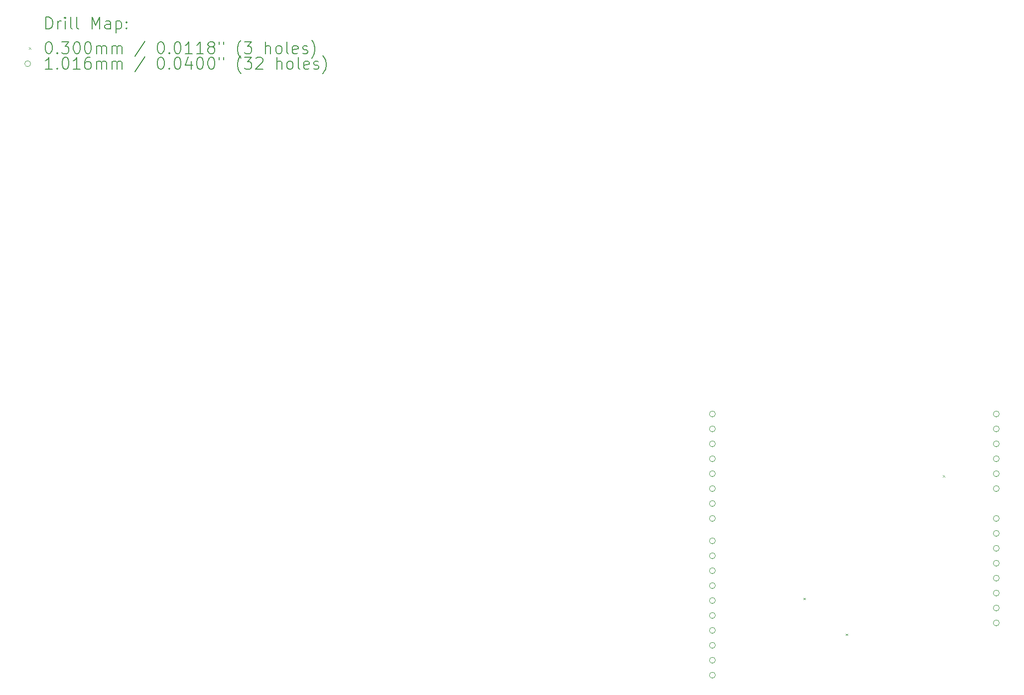
<source format=gbr>
%TF.GenerationSoftware,KiCad,Pcbnew,9.0.2*%
%TF.CreationDate,2025-09-06T12:03:56+01:00*%
%TF.ProjectId,test_fiducial,74657374-5f66-4696-9475-6369616c2e6b,rev?*%
%TF.SameCoordinates,Original*%
%TF.FileFunction,Drillmap*%
%TF.FilePolarity,Positive*%
%FSLAX45Y45*%
G04 Gerber Fmt 4.5, Leading zero omitted, Abs format (unit mm)*
G04 Created by KiCad (PCBNEW 9.0.2) date 2025-09-06 12:03:56*
%MOMM*%
%LPD*%
G01*
G04 APERTURE LIST*
%ADD10C,0.200000*%
%ADD11C,0.100000*%
%ADD12C,0.101600*%
G04 APERTURE END LIST*
D10*
D11*
X13139750Y-9995750D02*
X13169750Y-10025750D01*
X13169750Y-9995750D02*
X13139750Y-10025750D01*
X13855000Y-10605500D02*
X13885000Y-10635500D01*
X13885000Y-10605500D02*
X13855000Y-10635500D01*
X15509000Y-7909000D02*
X15539000Y-7939000D01*
X15539000Y-7909000D02*
X15509000Y-7939000D01*
D12*
X11639800Y-6865500D02*
G75*
G02*
X11538200Y-6865500I-50800J0D01*
G01*
X11538200Y-6865500D02*
G75*
G02*
X11639800Y-6865500I50800J0D01*
G01*
X11639800Y-7119500D02*
G75*
G02*
X11538200Y-7119500I-50800J0D01*
G01*
X11538200Y-7119500D02*
G75*
G02*
X11639800Y-7119500I50800J0D01*
G01*
X11639800Y-7373500D02*
G75*
G02*
X11538200Y-7373500I-50800J0D01*
G01*
X11538200Y-7373500D02*
G75*
G02*
X11639800Y-7373500I50800J0D01*
G01*
X11639800Y-7627500D02*
G75*
G02*
X11538200Y-7627500I-50800J0D01*
G01*
X11538200Y-7627500D02*
G75*
G02*
X11639800Y-7627500I50800J0D01*
G01*
X11639800Y-7881500D02*
G75*
G02*
X11538200Y-7881500I-50800J0D01*
G01*
X11538200Y-7881500D02*
G75*
G02*
X11639800Y-7881500I50800J0D01*
G01*
X11639800Y-8135500D02*
G75*
G02*
X11538200Y-8135500I-50800J0D01*
G01*
X11538200Y-8135500D02*
G75*
G02*
X11639800Y-8135500I50800J0D01*
G01*
X11639800Y-8389500D02*
G75*
G02*
X11538200Y-8389500I-50800J0D01*
G01*
X11538200Y-8389500D02*
G75*
G02*
X11639800Y-8389500I50800J0D01*
G01*
X11639800Y-8643500D02*
G75*
G02*
X11538200Y-8643500I-50800J0D01*
G01*
X11538200Y-8643500D02*
G75*
G02*
X11639800Y-8643500I50800J0D01*
G01*
X11639800Y-9024500D02*
G75*
G02*
X11538200Y-9024500I-50800J0D01*
G01*
X11538200Y-9024500D02*
G75*
G02*
X11639800Y-9024500I50800J0D01*
G01*
X11639800Y-9278500D02*
G75*
G02*
X11538200Y-9278500I-50800J0D01*
G01*
X11538200Y-9278500D02*
G75*
G02*
X11639800Y-9278500I50800J0D01*
G01*
X11639800Y-9532500D02*
G75*
G02*
X11538200Y-9532500I-50800J0D01*
G01*
X11538200Y-9532500D02*
G75*
G02*
X11639800Y-9532500I50800J0D01*
G01*
X11639800Y-9786500D02*
G75*
G02*
X11538200Y-9786500I-50800J0D01*
G01*
X11538200Y-9786500D02*
G75*
G02*
X11639800Y-9786500I50800J0D01*
G01*
X11639800Y-10040500D02*
G75*
G02*
X11538200Y-10040500I-50800J0D01*
G01*
X11538200Y-10040500D02*
G75*
G02*
X11639800Y-10040500I50800J0D01*
G01*
X11639800Y-10294500D02*
G75*
G02*
X11538200Y-10294500I-50800J0D01*
G01*
X11538200Y-10294500D02*
G75*
G02*
X11639800Y-10294500I50800J0D01*
G01*
X11639800Y-10548500D02*
G75*
G02*
X11538200Y-10548500I-50800J0D01*
G01*
X11538200Y-10548500D02*
G75*
G02*
X11639800Y-10548500I50800J0D01*
G01*
X11639800Y-10802500D02*
G75*
G02*
X11538200Y-10802500I-50800J0D01*
G01*
X11538200Y-10802500D02*
G75*
G02*
X11639800Y-10802500I50800J0D01*
G01*
X11639800Y-11056500D02*
G75*
G02*
X11538200Y-11056500I-50800J0D01*
G01*
X11538200Y-11056500D02*
G75*
G02*
X11639800Y-11056500I50800J0D01*
G01*
X11639800Y-11310500D02*
G75*
G02*
X11538200Y-11310500I-50800J0D01*
G01*
X11538200Y-11310500D02*
G75*
G02*
X11639800Y-11310500I50800J0D01*
G01*
X16465800Y-6865500D02*
G75*
G02*
X16364200Y-6865500I-50800J0D01*
G01*
X16364200Y-6865500D02*
G75*
G02*
X16465800Y-6865500I50800J0D01*
G01*
X16465800Y-7119500D02*
G75*
G02*
X16364200Y-7119500I-50800J0D01*
G01*
X16364200Y-7119500D02*
G75*
G02*
X16465800Y-7119500I50800J0D01*
G01*
X16465800Y-7373500D02*
G75*
G02*
X16364200Y-7373500I-50800J0D01*
G01*
X16364200Y-7373500D02*
G75*
G02*
X16465800Y-7373500I50800J0D01*
G01*
X16465800Y-7627500D02*
G75*
G02*
X16364200Y-7627500I-50800J0D01*
G01*
X16364200Y-7627500D02*
G75*
G02*
X16465800Y-7627500I50800J0D01*
G01*
X16465800Y-7881500D02*
G75*
G02*
X16364200Y-7881500I-50800J0D01*
G01*
X16364200Y-7881500D02*
G75*
G02*
X16465800Y-7881500I50800J0D01*
G01*
X16465800Y-8135500D02*
G75*
G02*
X16364200Y-8135500I-50800J0D01*
G01*
X16364200Y-8135500D02*
G75*
G02*
X16465800Y-8135500I50800J0D01*
G01*
X16465800Y-8643500D02*
G75*
G02*
X16364200Y-8643500I-50800J0D01*
G01*
X16364200Y-8643500D02*
G75*
G02*
X16465800Y-8643500I50800J0D01*
G01*
X16465800Y-8897500D02*
G75*
G02*
X16364200Y-8897500I-50800J0D01*
G01*
X16364200Y-8897500D02*
G75*
G02*
X16465800Y-8897500I50800J0D01*
G01*
X16465800Y-9151500D02*
G75*
G02*
X16364200Y-9151500I-50800J0D01*
G01*
X16364200Y-9151500D02*
G75*
G02*
X16465800Y-9151500I50800J0D01*
G01*
X16465800Y-9405500D02*
G75*
G02*
X16364200Y-9405500I-50800J0D01*
G01*
X16364200Y-9405500D02*
G75*
G02*
X16465800Y-9405500I50800J0D01*
G01*
X16465800Y-9659500D02*
G75*
G02*
X16364200Y-9659500I-50800J0D01*
G01*
X16364200Y-9659500D02*
G75*
G02*
X16465800Y-9659500I50800J0D01*
G01*
X16465800Y-9913500D02*
G75*
G02*
X16364200Y-9913500I-50800J0D01*
G01*
X16364200Y-9913500D02*
G75*
G02*
X16465800Y-9913500I50800J0D01*
G01*
X16465800Y-10167500D02*
G75*
G02*
X16364200Y-10167500I-50800J0D01*
G01*
X16364200Y-10167500D02*
G75*
G02*
X16465800Y-10167500I50800J0D01*
G01*
X16465800Y-10421500D02*
G75*
G02*
X16364200Y-10421500I-50800J0D01*
G01*
X16364200Y-10421500D02*
G75*
G02*
X16465800Y-10421500I50800J0D01*
G01*
D10*
X260777Y-311484D02*
X260777Y-111484D01*
X260777Y-111484D02*
X308396Y-111484D01*
X308396Y-111484D02*
X336967Y-121008D01*
X336967Y-121008D02*
X356015Y-140055D01*
X356015Y-140055D02*
X365539Y-159103D01*
X365539Y-159103D02*
X375062Y-197198D01*
X375062Y-197198D02*
X375062Y-225769D01*
X375062Y-225769D02*
X365539Y-263865D01*
X365539Y-263865D02*
X356015Y-282912D01*
X356015Y-282912D02*
X336967Y-301960D01*
X336967Y-301960D02*
X308396Y-311484D01*
X308396Y-311484D02*
X260777Y-311484D01*
X460777Y-311484D02*
X460777Y-178150D01*
X460777Y-216246D02*
X470301Y-197198D01*
X470301Y-197198D02*
X479824Y-187674D01*
X479824Y-187674D02*
X498872Y-178150D01*
X498872Y-178150D02*
X517920Y-178150D01*
X584586Y-311484D02*
X584586Y-178150D01*
X584586Y-111484D02*
X575063Y-121008D01*
X575063Y-121008D02*
X584586Y-130531D01*
X584586Y-130531D02*
X594110Y-121008D01*
X594110Y-121008D02*
X584586Y-111484D01*
X584586Y-111484D02*
X584586Y-130531D01*
X708396Y-311484D02*
X689348Y-301960D01*
X689348Y-301960D02*
X679824Y-282912D01*
X679824Y-282912D02*
X679824Y-111484D01*
X813158Y-311484D02*
X794110Y-301960D01*
X794110Y-301960D02*
X784586Y-282912D01*
X784586Y-282912D02*
X784586Y-111484D01*
X1041729Y-311484D02*
X1041729Y-111484D01*
X1041729Y-111484D02*
X1108396Y-254341D01*
X1108396Y-254341D02*
X1175063Y-111484D01*
X1175063Y-111484D02*
X1175063Y-311484D01*
X1356015Y-311484D02*
X1356015Y-206722D01*
X1356015Y-206722D02*
X1346491Y-187674D01*
X1346491Y-187674D02*
X1327444Y-178150D01*
X1327444Y-178150D02*
X1289348Y-178150D01*
X1289348Y-178150D02*
X1270301Y-187674D01*
X1356015Y-301960D02*
X1336967Y-311484D01*
X1336967Y-311484D02*
X1289348Y-311484D01*
X1289348Y-311484D02*
X1270301Y-301960D01*
X1270301Y-301960D02*
X1260777Y-282912D01*
X1260777Y-282912D02*
X1260777Y-263865D01*
X1260777Y-263865D02*
X1270301Y-244817D01*
X1270301Y-244817D02*
X1289348Y-235293D01*
X1289348Y-235293D02*
X1336967Y-235293D01*
X1336967Y-235293D02*
X1356015Y-225769D01*
X1451253Y-178150D02*
X1451253Y-378150D01*
X1451253Y-187674D02*
X1470301Y-178150D01*
X1470301Y-178150D02*
X1508396Y-178150D01*
X1508396Y-178150D02*
X1527443Y-187674D01*
X1527443Y-187674D02*
X1536967Y-197198D01*
X1536967Y-197198D02*
X1546491Y-216246D01*
X1546491Y-216246D02*
X1546491Y-273389D01*
X1546491Y-273389D02*
X1536967Y-292436D01*
X1536967Y-292436D02*
X1527443Y-301960D01*
X1527443Y-301960D02*
X1508396Y-311484D01*
X1508396Y-311484D02*
X1470301Y-311484D01*
X1470301Y-311484D02*
X1451253Y-301960D01*
X1632205Y-292436D02*
X1641729Y-301960D01*
X1641729Y-301960D02*
X1632205Y-311484D01*
X1632205Y-311484D02*
X1622682Y-301960D01*
X1622682Y-301960D02*
X1632205Y-292436D01*
X1632205Y-292436D02*
X1632205Y-311484D01*
X1632205Y-187674D02*
X1641729Y-197198D01*
X1641729Y-197198D02*
X1632205Y-206722D01*
X1632205Y-206722D02*
X1622682Y-197198D01*
X1622682Y-197198D02*
X1632205Y-187674D01*
X1632205Y-187674D02*
X1632205Y-206722D01*
D11*
X-30000Y-625000D02*
X0Y-655000D01*
X0Y-625000D02*
X-30000Y-655000D01*
D10*
X298872Y-531484D02*
X317920Y-531484D01*
X317920Y-531484D02*
X336967Y-541008D01*
X336967Y-541008D02*
X346491Y-550531D01*
X346491Y-550531D02*
X356015Y-569579D01*
X356015Y-569579D02*
X365539Y-607674D01*
X365539Y-607674D02*
X365539Y-655293D01*
X365539Y-655293D02*
X356015Y-693389D01*
X356015Y-693389D02*
X346491Y-712436D01*
X346491Y-712436D02*
X336967Y-721960D01*
X336967Y-721960D02*
X317920Y-731484D01*
X317920Y-731484D02*
X298872Y-731484D01*
X298872Y-731484D02*
X279824Y-721960D01*
X279824Y-721960D02*
X270301Y-712436D01*
X270301Y-712436D02*
X260777Y-693389D01*
X260777Y-693389D02*
X251253Y-655293D01*
X251253Y-655293D02*
X251253Y-607674D01*
X251253Y-607674D02*
X260777Y-569579D01*
X260777Y-569579D02*
X270301Y-550531D01*
X270301Y-550531D02*
X279824Y-541008D01*
X279824Y-541008D02*
X298872Y-531484D01*
X451253Y-712436D02*
X460777Y-721960D01*
X460777Y-721960D02*
X451253Y-731484D01*
X451253Y-731484D02*
X441729Y-721960D01*
X441729Y-721960D02*
X451253Y-712436D01*
X451253Y-712436D02*
X451253Y-731484D01*
X527444Y-531484D02*
X651253Y-531484D01*
X651253Y-531484D02*
X584586Y-607674D01*
X584586Y-607674D02*
X613158Y-607674D01*
X613158Y-607674D02*
X632205Y-617198D01*
X632205Y-617198D02*
X641729Y-626722D01*
X641729Y-626722D02*
X651253Y-645770D01*
X651253Y-645770D02*
X651253Y-693389D01*
X651253Y-693389D02*
X641729Y-712436D01*
X641729Y-712436D02*
X632205Y-721960D01*
X632205Y-721960D02*
X613158Y-731484D01*
X613158Y-731484D02*
X556015Y-731484D01*
X556015Y-731484D02*
X536967Y-721960D01*
X536967Y-721960D02*
X527444Y-712436D01*
X775062Y-531484D02*
X794110Y-531484D01*
X794110Y-531484D02*
X813158Y-541008D01*
X813158Y-541008D02*
X822682Y-550531D01*
X822682Y-550531D02*
X832205Y-569579D01*
X832205Y-569579D02*
X841729Y-607674D01*
X841729Y-607674D02*
X841729Y-655293D01*
X841729Y-655293D02*
X832205Y-693389D01*
X832205Y-693389D02*
X822682Y-712436D01*
X822682Y-712436D02*
X813158Y-721960D01*
X813158Y-721960D02*
X794110Y-731484D01*
X794110Y-731484D02*
X775062Y-731484D01*
X775062Y-731484D02*
X756015Y-721960D01*
X756015Y-721960D02*
X746491Y-712436D01*
X746491Y-712436D02*
X736967Y-693389D01*
X736967Y-693389D02*
X727443Y-655293D01*
X727443Y-655293D02*
X727443Y-607674D01*
X727443Y-607674D02*
X736967Y-569579D01*
X736967Y-569579D02*
X746491Y-550531D01*
X746491Y-550531D02*
X756015Y-541008D01*
X756015Y-541008D02*
X775062Y-531484D01*
X965539Y-531484D02*
X984586Y-531484D01*
X984586Y-531484D02*
X1003634Y-541008D01*
X1003634Y-541008D02*
X1013158Y-550531D01*
X1013158Y-550531D02*
X1022682Y-569579D01*
X1022682Y-569579D02*
X1032205Y-607674D01*
X1032205Y-607674D02*
X1032205Y-655293D01*
X1032205Y-655293D02*
X1022682Y-693389D01*
X1022682Y-693389D02*
X1013158Y-712436D01*
X1013158Y-712436D02*
X1003634Y-721960D01*
X1003634Y-721960D02*
X984586Y-731484D01*
X984586Y-731484D02*
X965539Y-731484D01*
X965539Y-731484D02*
X946491Y-721960D01*
X946491Y-721960D02*
X936967Y-712436D01*
X936967Y-712436D02*
X927443Y-693389D01*
X927443Y-693389D02*
X917920Y-655293D01*
X917920Y-655293D02*
X917920Y-607674D01*
X917920Y-607674D02*
X927443Y-569579D01*
X927443Y-569579D02*
X936967Y-550531D01*
X936967Y-550531D02*
X946491Y-541008D01*
X946491Y-541008D02*
X965539Y-531484D01*
X1117920Y-731484D02*
X1117920Y-598150D01*
X1117920Y-617198D02*
X1127444Y-607674D01*
X1127444Y-607674D02*
X1146491Y-598150D01*
X1146491Y-598150D02*
X1175063Y-598150D01*
X1175063Y-598150D02*
X1194110Y-607674D01*
X1194110Y-607674D02*
X1203634Y-626722D01*
X1203634Y-626722D02*
X1203634Y-731484D01*
X1203634Y-626722D02*
X1213158Y-607674D01*
X1213158Y-607674D02*
X1232205Y-598150D01*
X1232205Y-598150D02*
X1260777Y-598150D01*
X1260777Y-598150D02*
X1279825Y-607674D01*
X1279825Y-607674D02*
X1289348Y-626722D01*
X1289348Y-626722D02*
X1289348Y-731484D01*
X1384586Y-731484D02*
X1384586Y-598150D01*
X1384586Y-617198D02*
X1394110Y-607674D01*
X1394110Y-607674D02*
X1413158Y-598150D01*
X1413158Y-598150D02*
X1441729Y-598150D01*
X1441729Y-598150D02*
X1460777Y-607674D01*
X1460777Y-607674D02*
X1470301Y-626722D01*
X1470301Y-626722D02*
X1470301Y-731484D01*
X1470301Y-626722D02*
X1479824Y-607674D01*
X1479824Y-607674D02*
X1498872Y-598150D01*
X1498872Y-598150D02*
X1527443Y-598150D01*
X1527443Y-598150D02*
X1546491Y-607674D01*
X1546491Y-607674D02*
X1556015Y-626722D01*
X1556015Y-626722D02*
X1556015Y-731484D01*
X1946491Y-521960D02*
X1775063Y-779103D01*
X2203634Y-531484D02*
X2222682Y-531484D01*
X2222682Y-531484D02*
X2241729Y-541008D01*
X2241729Y-541008D02*
X2251253Y-550531D01*
X2251253Y-550531D02*
X2260777Y-569579D01*
X2260777Y-569579D02*
X2270301Y-607674D01*
X2270301Y-607674D02*
X2270301Y-655293D01*
X2270301Y-655293D02*
X2260777Y-693389D01*
X2260777Y-693389D02*
X2251253Y-712436D01*
X2251253Y-712436D02*
X2241729Y-721960D01*
X2241729Y-721960D02*
X2222682Y-731484D01*
X2222682Y-731484D02*
X2203634Y-731484D01*
X2203634Y-731484D02*
X2184587Y-721960D01*
X2184587Y-721960D02*
X2175063Y-712436D01*
X2175063Y-712436D02*
X2165539Y-693389D01*
X2165539Y-693389D02*
X2156015Y-655293D01*
X2156015Y-655293D02*
X2156015Y-607674D01*
X2156015Y-607674D02*
X2165539Y-569579D01*
X2165539Y-569579D02*
X2175063Y-550531D01*
X2175063Y-550531D02*
X2184587Y-541008D01*
X2184587Y-541008D02*
X2203634Y-531484D01*
X2356015Y-712436D02*
X2365539Y-721960D01*
X2365539Y-721960D02*
X2356015Y-731484D01*
X2356015Y-731484D02*
X2346491Y-721960D01*
X2346491Y-721960D02*
X2356015Y-712436D01*
X2356015Y-712436D02*
X2356015Y-731484D01*
X2489348Y-531484D02*
X2508396Y-531484D01*
X2508396Y-531484D02*
X2527444Y-541008D01*
X2527444Y-541008D02*
X2536968Y-550531D01*
X2536968Y-550531D02*
X2546491Y-569579D01*
X2546491Y-569579D02*
X2556015Y-607674D01*
X2556015Y-607674D02*
X2556015Y-655293D01*
X2556015Y-655293D02*
X2546491Y-693389D01*
X2546491Y-693389D02*
X2536968Y-712436D01*
X2536968Y-712436D02*
X2527444Y-721960D01*
X2527444Y-721960D02*
X2508396Y-731484D01*
X2508396Y-731484D02*
X2489348Y-731484D01*
X2489348Y-731484D02*
X2470301Y-721960D01*
X2470301Y-721960D02*
X2460777Y-712436D01*
X2460777Y-712436D02*
X2451253Y-693389D01*
X2451253Y-693389D02*
X2441729Y-655293D01*
X2441729Y-655293D02*
X2441729Y-607674D01*
X2441729Y-607674D02*
X2451253Y-569579D01*
X2451253Y-569579D02*
X2460777Y-550531D01*
X2460777Y-550531D02*
X2470301Y-541008D01*
X2470301Y-541008D02*
X2489348Y-531484D01*
X2746491Y-731484D02*
X2632206Y-731484D01*
X2689348Y-731484D02*
X2689348Y-531484D01*
X2689348Y-531484D02*
X2670301Y-560055D01*
X2670301Y-560055D02*
X2651253Y-579103D01*
X2651253Y-579103D02*
X2632206Y-588627D01*
X2936967Y-731484D02*
X2822682Y-731484D01*
X2879825Y-731484D02*
X2879825Y-531484D01*
X2879825Y-531484D02*
X2860777Y-560055D01*
X2860777Y-560055D02*
X2841729Y-579103D01*
X2841729Y-579103D02*
X2822682Y-588627D01*
X3051253Y-617198D02*
X3032206Y-607674D01*
X3032206Y-607674D02*
X3022682Y-598150D01*
X3022682Y-598150D02*
X3013158Y-579103D01*
X3013158Y-579103D02*
X3013158Y-569579D01*
X3013158Y-569579D02*
X3022682Y-550531D01*
X3022682Y-550531D02*
X3032206Y-541008D01*
X3032206Y-541008D02*
X3051253Y-531484D01*
X3051253Y-531484D02*
X3089348Y-531484D01*
X3089348Y-531484D02*
X3108396Y-541008D01*
X3108396Y-541008D02*
X3117920Y-550531D01*
X3117920Y-550531D02*
X3127444Y-569579D01*
X3127444Y-569579D02*
X3127444Y-579103D01*
X3127444Y-579103D02*
X3117920Y-598150D01*
X3117920Y-598150D02*
X3108396Y-607674D01*
X3108396Y-607674D02*
X3089348Y-617198D01*
X3089348Y-617198D02*
X3051253Y-617198D01*
X3051253Y-617198D02*
X3032206Y-626722D01*
X3032206Y-626722D02*
X3022682Y-636246D01*
X3022682Y-636246D02*
X3013158Y-655293D01*
X3013158Y-655293D02*
X3013158Y-693389D01*
X3013158Y-693389D02*
X3022682Y-712436D01*
X3022682Y-712436D02*
X3032206Y-721960D01*
X3032206Y-721960D02*
X3051253Y-731484D01*
X3051253Y-731484D02*
X3089348Y-731484D01*
X3089348Y-731484D02*
X3108396Y-721960D01*
X3108396Y-721960D02*
X3117920Y-712436D01*
X3117920Y-712436D02*
X3127444Y-693389D01*
X3127444Y-693389D02*
X3127444Y-655293D01*
X3127444Y-655293D02*
X3117920Y-636246D01*
X3117920Y-636246D02*
X3108396Y-626722D01*
X3108396Y-626722D02*
X3089348Y-617198D01*
X3203634Y-531484D02*
X3203634Y-569579D01*
X3279825Y-531484D02*
X3279825Y-569579D01*
X3575063Y-807674D02*
X3565539Y-798150D01*
X3565539Y-798150D02*
X3546491Y-769579D01*
X3546491Y-769579D02*
X3536968Y-750531D01*
X3536968Y-750531D02*
X3527444Y-721960D01*
X3527444Y-721960D02*
X3517920Y-674341D01*
X3517920Y-674341D02*
X3517920Y-636246D01*
X3517920Y-636246D02*
X3527444Y-588627D01*
X3527444Y-588627D02*
X3536968Y-560055D01*
X3536968Y-560055D02*
X3546491Y-541008D01*
X3546491Y-541008D02*
X3565539Y-512436D01*
X3565539Y-512436D02*
X3575063Y-502912D01*
X3632206Y-531484D02*
X3756015Y-531484D01*
X3756015Y-531484D02*
X3689348Y-607674D01*
X3689348Y-607674D02*
X3717920Y-607674D01*
X3717920Y-607674D02*
X3736968Y-617198D01*
X3736968Y-617198D02*
X3746491Y-626722D01*
X3746491Y-626722D02*
X3756015Y-645770D01*
X3756015Y-645770D02*
X3756015Y-693389D01*
X3756015Y-693389D02*
X3746491Y-712436D01*
X3746491Y-712436D02*
X3736968Y-721960D01*
X3736968Y-721960D02*
X3717920Y-731484D01*
X3717920Y-731484D02*
X3660777Y-731484D01*
X3660777Y-731484D02*
X3641729Y-721960D01*
X3641729Y-721960D02*
X3632206Y-712436D01*
X3994110Y-731484D02*
X3994110Y-531484D01*
X4079825Y-731484D02*
X4079825Y-626722D01*
X4079825Y-626722D02*
X4070301Y-607674D01*
X4070301Y-607674D02*
X4051253Y-598150D01*
X4051253Y-598150D02*
X4022682Y-598150D01*
X4022682Y-598150D02*
X4003634Y-607674D01*
X4003634Y-607674D02*
X3994110Y-617198D01*
X4203634Y-731484D02*
X4184587Y-721960D01*
X4184587Y-721960D02*
X4175063Y-712436D01*
X4175063Y-712436D02*
X4165539Y-693389D01*
X4165539Y-693389D02*
X4165539Y-636246D01*
X4165539Y-636246D02*
X4175063Y-617198D01*
X4175063Y-617198D02*
X4184587Y-607674D01*
X4184587Y-607674D02*
X4203634Y-598150D01*
X4203634Y-598150D02*
X4232206Y-598150D01*
X4232206Y-598150D02*
X4251253Y-607674D01*
X4251253Y-607674D02*
X4260777Y-617198D01*
X4260777Y-617198D02*
X4270301Y-636246D01*
X4270301Y-636246D02*
X4270301Y-693389D01*
X4270301Y-693389D02*
X4260777Y-712436D01*
X4260777Y-712436D02*
X4251253Y-721960D01*
X4251253Y-721960D02*
X4232206Y-731484D01*
X4232206Y-731484D02*
X4203634Y-731484D01*
X4384587Y-731484D02*
X4365539Y-721960D01*
X4365539Y-721960D02*
X4356015Y-702912D01*
X4356015Y-702912D02*
X4356015Y-531484D01*
X4536968Y-721960D02*
X4517920Y-731484D01*
X4517920Y-731484D02*
X4479825Y-731484D01*
X4479825Y-731484D02*
X4460777Y-721960D01*
X4460777Y-721960D02*
X4451253Y-702912D01*
X4451253Y-702912D02*
X4451253Y-626722D01*
X4451253Y-626722D02*
X4460777Y-607674D01*
X4460777Y-607674D02*
X4479825Y-598150D01*
X4479825Y-598150D02*
X4517920Y-598150D01*
X4517920Y-598150D02*
X4536968Y-607674D01*
X4536968Y-607674D02*
X4546492Y-626722D01*
X4546492Y-626722D02*
X4546492Y-645770D01*
X4546492Y-645770D02*
X4451253Y-664817D01*
X4622682Y-721960D02*
X4641730Y-731484D01*
X4641730Y-731484D02*
X4679825Y-731484D01*
X4679825Y-731484D02*
X4698873Y-721960D01*
X4698873Y-721960D02*
X4708396Y-702912D01*
X4708396Y-702912D02*
X4708396Y-693389D01*
X4708396Y-693389D02*
X4698873Y-674341D01*
X4698873Y-674341D02*
X4679825Y-664817D01*
X4679825Y-664817D02*
X4651253Y-664817D01*
X4651253Y-664817D02*
X4632206Y-655293D01*
X4632206Y-655293D02*
X4622682Y-636246D01*
X4622682Y-636246D02*
X4622682Y-626722D01*
X4622682Y-626722D02*
X4632206Y-607674D01*
X4632206Y-607674D02*
X4651253Y-598150D01*
X4651253Y-598150D02*
X4679825Y-598150D01*
X4679825Y-598150D02*
X4698873Y-607674D01*
X4775063Y-807674D02*
X4784587Y-798150D01*
X4784587Y-798150D02*
X4803634Y-769579D01*
X4803634Y-769579D02*
X4813158Y-750531D01*
X4813158Y-750531D02*
X4822682Y-721960D01*
X4822682Y-721960D02*
X4832206Y-674341D01*
X4832206Y-674341D02*
X4832206Y-636246D01*
X4832206Y-636246D02*
X4822682Y-588627D01*
X4822682Y-588627D02*
X4813158Y-560055D01*
X4813158Y-560055D02*
X4803634Y-541008D01*
X4803634Y-541008D02*
X4784587Y-512436D01*
X4784587Y-512436D02*
X4775063Y-502912D01*
D12*
X0Y-904000D02*
G75*
G02*
X-101600Y-904000I-50800J0D01*
G01*
X-101600Y-904000D02*
G75*
G02*
X0Y-904000I50800J0D01*
G01*
D10*
X365539Y-995484D02*
X251253Y-995484D01*
X308396Y-995484D02*
X308396Y-795484D01*
X308396Y-795484D02*
X289348Y-824055D01*
X289348Y-824055D02*
X270301Y-843103D01*
X270301Y-843103D02*
X251253Y-852627D01*
X451253Y-976436D02*
X460777Y-985960D01*
X460777Y-985960D02*
X451253Y-995484D01*
X451253Y-995484D02*
X441729Y-985960D01*
X441729Y-985960D02*
X451253Y-976436D01*
X451253Y-976436D02*
X451253Y-995484D01*
X584586Y-795484D02*
X603634Y-795484D01*
X603634Y-795484D02*
X622682Y-805008D01*
X622682Y-805008D02*
X632205Y-814531D01*
X632205Y-814531D02*
X641729Y-833579D01*
X641729Y-833579D02*
X651253Y-871674D01*
X651253Y-871674D02*
X651253Y-919293D01*
X651253Y-919293D02*
X641729Y-957388D01*
X641729Y-957388D02*
X632205Y-976436D01*
X632205Y-976436D02*
X622682Y-985960D01*
X622682Y-985960D02*
X603634Y-995484D01*
X603634Y-995484D02*
X584586Y-995484D01*
X584586Y-995484D02*
X565539Y-985960D01*
X565539Y-985960D02*
X556015Y-976436D01*
X556015Y-976436D02*
X546491Y-957388D01*
X546491Y-957388D02*
X536967Y-919293D01*
X536967Y-919293D02*
X536967Y-871674D01*
X536967Y-871674D02*
X546491Y-833579D01*
X546491Y-833579D02*
X556015Y-814531D01*
X556015Y-814531D02*
X565539Y-805008D01*
X565539Y-805008D02*
X584586Y-795484D01*
X841729Y-995484D02*
X727443Y-995484D01*
X784586Y-995484D02*
X784586Y-795484D01*
X784586Y-795484D02*
X765539Y-824055D01*
X765539Y-824055D02*
X746491Y-843103D01*
X746491Y-843103D02*
X727443Y-852627D01*
X1013158Y-795484D02*
X975062Y-795484D01*
X975062Y-795484D02*
X956015Y-805008D01*
X956015Y-805008D02*
X946491Y-814531D01*
X946491Y-814531D02*
X927443Y-843103D01*
X927443Y-843103D02*
X917920Y-881198D01*
X917920Y-881198D02*
X917920Y-957388D01*
X917920Y-957388D02*
X927443Y-976436D01*
X927443Y-976436D02*
X936967Y-985960D01*
X936967Y-985960D02*
X956015Y-995484D01*
X956015Y-995484D02*
X994110Y-995484D01*
X994110Y-995484D02*
X1013158Y-985960D01*
X1013158Y-985960D02*
X1022682Y-976436D01*
X1022682Y-976436D02*
X1032205Y-957388D01*
X1032205Y-957388D02*
X1032205Y-909769D01*
X1032205Y-909769D02*
X1022682Y-890722D01*
X1022682Y-890722D02*
X1013158Y-881198D01*
X1013158Y-881198D02*
X994110Y-871674D01*
X994110Y-871674D02*
X956015Y-871674D01*
X956015Y-871674D02*
X936967Y-881198D01*
X936967Y-881198D02*
X927443Y-890722D01*
X927443Y-890722D02*
X917920Y-909769D01*
X1117920Y-995484D02*
X1117920Y-862150D01*
X1117920Y-881198D02*
X1127444Y-871674D01*
X1127444Y-871674D02*
X1146491Y-862150D01*
X1146491Y-862150D02*
X1175063Y-862150D01*
X1175063Y-862150D02*
X1194110Y-871674D01*
X1194110Y-871674D02*
X1203634Y-890722D01*
X1203634Y-890722D02*
X1203634Y-995484D01*
X1203634Y-890722D02*
X1213158Y-871674D01*
X1213158Y-871674D02*
X1232205Y-862150D01*
X1232205Y-862150D02*
X1260777Y-862150D01*
X1260777Y-862150D02*
X1279825Y-871674D01*
X1279825Y-871674D02*
X1289348Y-890722D01*
X1289348Y-890722D02*
X1289348Y-995484D01*
X1384586Y-995484D02*
X1384586Y-862150D01*
X1384586Y-881198D02*
X1394110Y-871674D01*
X1394110Y-871674D02*
X1413158Y-862150D01*
X1413158Y-862150D02*
X1441729Y-862150D01*
X1441729Y-862150D02*
X1460777Y-871674D01*
X1460777Y-871674D02*
X1470301Y-890722D01*
X1470301Y-890722D02*
X1470301Y-995484D01*
X1470301Y-890722D02*
X1479824Y-871674D01*
X1479824Y-871674D02*
X1498872Y-862150D01*
X1498872Y-862150D02*
X1527443Y-862150D01*
X1527443Y-862150D02*
X1546491Y-871674D01*
X1546491Y-871674D02*
X1556015Y-890722D01*
X1556015Y-890722D02*
X1556015Y-995484D01*
X1946491Y-785960D02*
X1775063Y-1043103D01*
X2203634Y-795484D02*
X2222682Y-795484D01*
X2222682Y-795484D02*
X2241729Y-805008D01*
X2241729Y-805008D02*
X2251253Y-814531D01*
X2251253Y-814531D02*
X2260777Y-833579D01*
X2260777Y-833579D02*
X2270301Y-871674D01*
X2270301Y-871674D02*
X2270301Y-919293D01*
X2270301Y-919293D02*
X2260777Y-957388D01*
X2260777Y-957388D02*
X2251253Y-976436D01*
X2251253Y-976436D02*
X2241729Y-985960D01*
X2241729Y-985960D02*
X2222682Y-995484D01*
X2222682Y-995484D02*
X2203634Y-995484D01*
X2203634Y-995484D02*
X2184587Y-985960D01*
X2184587Y-985960D02*
X2175063Y-976436D01*
X2175063Y-976436D02*
X2165539Y-957388D01*
X2165539Y-957388D02*
X2156015Y-919293D01*
X2156015Y-919293D02*
X2156015Y-871674D01*
X2156015Y-871674D02*
X2165539Y-833579D01*
X2165539Y-833579D02*
X2175063Y-814531D01*
X2175063Y-814531D02*
X2184587Y-805008D01*
X2184587Y-805008D02*
X2203634Y-795484D01*
X2356015Y-976436D02*
X2365539Y-985960D01*
X2365539Y-985960D02*
X2356015Y-995484D01*
X2356015Y-995484D02*
X2346491Y-985960D01*
X2346491Y-985960D02*
X2356015Y-976436D01*
X2356015Y-976436D02*
X2356015Y-995484D01*
X2489348Y-795484D02*
X2508396Y-795484D01*
X2508396Y-795484D02*
X2527444Y-805008D01*
X2527444Y-805008D02*
X2536968Y-814531D01*
X2536968Y-814531D02*
X2546491Y-833579D01*
X2546491Y-833579D02*
X2556015Y-871674D01*
X2556015Y-871674D02*
X2556015Y-919293D01*
X2556015Y-919293D02*
X2546491Y-957388D01*
X2546491Y-957388D02*
X2536968Y-976436D01*
X2536968Y-976436D02*
X2527444Y-985960D01*
X2527444Y-985960D02*
X2508396Y-995484D01*
X2508396Y-995484D02*
X2489348Y-995484D01*
X2489348Y-995484D02*
X2470301Y-985960D01*
X2470301Y-985960D02*
X2460777Y-976436D01*
X2460777Y-976436D02*
X2451253Y-957388D01*
X2451253Y-957388D02*
X2441729Y-919293D01*
X2441729Y-919293D02*
X2441729Y-871674D01*
X2441729Y-871674D02*
X2451253Y-833579D01*
X2451253Y-833579D02*
X2460777Y-814531D01*
X2460777Y-814531D02*
X2470301Y-805008D01*
X2470301Y-805008D02*
X2489348Y-795484D01*
X2727444Y-862150D02*
X2727444Y-995484D01*
X2679825Y-785960D02*
X2632206Y-928817D01*
X2632206Y-928817D02*
X2756015Y-928817D01*
X2870301Y-795484D02*
X2889348Y-795484D01*
X2889348Y-795484D02*
X2908396Y-805008D01*
X2908396Y-805008D02*
X2917920Y-814531D01*
X2917920Y-814531D02*
X2927444Y-833579D01*
X2927444Y-833579D02*
X2936967Y-871674D01*
X2936967Y-871674D02*
X2936967Y-919293D01*
X2936967Y-919293D02*
X2927444Y-957388D01*
X2927444Y-957388D02*
X2917920Y-976436D01*
X2917920Y-976436D02*
X2908396Y-985960D01*
X2908396Y-985960D02*
X2889348Y-995484D01*
X2889348Y-995484D02*
X2870301Y-995484D01*
X2870301Y-995484D02*
X2851253Y-985960D01*
X2851253Y-985960D02*
X2841729Y-976436D01*
X2841729Y-976436D02*
X2832206Y-957388D01*
X2832206Y-957388D02*
X2822682Y-919293D01*
X2822682Y-919293D02*
X2822682Y-871674D01*
X2822682Y-871674D02*
X2832206Y-833579D01*
X2832206Y-833579D02*
X2841729Y-814531D01*
X2841729Y-814531D02*
X2851253Y-805008D01*
X2851253Y-805008D02*
X2870301Y-795484D01*
X3060777Y-795484D02*
X3079825Y-795484D01*
X3079825Y-795484D02*
X3098872Y-805008D01*
X3098872Y-805008D02*
X3108396Y-814531D01*
X3108396Y-814531D02*
X3117920Y-833579D01*
X3117920Y-833579D02*
X3127444Y-871674D01*
X3127444Y-871674D02*
X3127444Y-919293D01*
X3127444Y-919293D02*
X3117920Y-957388D01*
X3117920Y-957388D02*
X3108396Y-976436D01*
X3108396Y-976436D02*
X3098872Y-985960D01*
X3098872Y-985960D02*
X3079825Y-995484D01*
X3079825Y-995484D02*
X3060777Y-995484D01*
X3060777Y-995484D02*
X3041729Y-985960D01*
X3041729Y-985960D02*
X3032206Y-976436D01*
X3032206Y-976436D02*
X3022682Y-957388D01*
X3022682Y-957388D02*
X3013158Y-919293D01*
X3013158Y-919293D02*
X3013158Y-871674D01*
X3013158Y-871674D02*
X3022682Y-833579D01*
X3022682Y-833579D02*
X3032206Y-814531D01*
X3032206Y-814531D02*
X3041729Y-805008D01*
X3041729Y-805008D02*
X3060777Y-795484D01*
X3203634Y-795484D02*
X3203634Y-833579D01*
X3279825Y-795484D02*
X3279825Y-833579D01*
X3575063Y-1071674D02*
X3565539Y-1062150D01*
X3565539Y-1062150D02*
X3546491Y-1033579D01*
X3546491Y-1033579D02*
X3536968Y-1014531D01*
X3536968Y-1014531D02*
X3527444Y-985960D01*
X3527444Y-985960D02*
X3517920Y-938341D01*
X3517920Y-938341D02*
X3517920Y-900246D01*
X3517920Y-900246D02*
X3527444Y-852627D01*
X3527444Y-852627D02*
X3536968Y-824055D01*
X3536968Y-824055D02*
X3546491Y-805008D01*
X3546491Y-805008D02*
X3565539Y-776436D01*
X3565539Y-776436D02*
X3575063Y-766912D01*
X3632206Y-795484D02*
X3756015Y-795484D01*
X3756015Y-795484D02*
X3689348Y-871674D01*
X3689348Y-871674D02*
X3717920Y-871674D01*
X3717920Y-871674D02*
X3736968Y-881198D01*
X3736968Y-881198D02*
X3746491Y-890722D01*
X3746491Y-890722D02*
X3756015Y-909769D01*
X3756015Y-909769D02*
X3756015Y-957388D01*
X3756015Y-957388D02*
X3746491Y-976436D01*
X3746491Y-976436D02*
X3736968Y-985960D01*
X3736968Y-985960D02*
X3717920Y-995484D01*
X3717920Y-995484D02*
X3660777Y-995484D01*
X3660777Y-995484D02*
X3641729Y-985960D01*
X3641729Y-985960D02*
X3632206Y-976436D01*
X3832206Y-814531D02*
X3841729Y-805008D01*
X3841729Y-805008D02*
X3860777Y-795484D01*
X3860777Y-795484D02*
X3908396Y-795484D01*
X3908396Y-795484D02*
X3927444Y-805008D01*
X3927444Y-805008D02*
X3936968Y-814531D01*
X3936968Y-814531D02*
X3946491Y-833579D01*
X3946491Y-833579D02*
X3946491Y-852627D01*
X3946491Y-852627D02*
X3936968Y-881198D01*
X3936968Y-881198D02*
X3822682Y-995484D01*
X3822682Y-995484D02*
X3946491Y-995484D01*
X4184587Y-995484D02*
X4184587Y-795484D01*
X4270301Y-995484D02*
X4270301Y-890722D01*
X4270301Y-890722D02*
X4260777Y-871674D01*
X4260777Y-871674D02*
X4241730Y-862150D01*
X4241730Y-862150D02*
X4213158Y-862150D01*
X4213158Y-862150D02*
X4194110Y-871674D01*
X4194110Y-871674D02*
X4184587Y-881198D01*
X4394111Y-995484D02*
X4375063Y-985960D01*
X4375063Y-985960D02*
X4365539Y-976436D01*
X4365539Y-976436D02*
X4356015Y-957388D01*
X4356015Y-957388D02*
X4356015Y-900246D01*
X4356015Y-900246D02*
X4365539Y-881198D01*
X4365539Y-881198D02*
X4375063Y-871674D01*
X4375063Y-871674D02*
X4394111Y-862150D01*
X4394111Y-862150D02*
X4422682Y-862150D01*
X4422682Y-862150D02*
X4441730Y-871674D01*
X4441730Y-871674D02*
X4451253Y-881198D01*
X4451253Y-881198D02*
X4460777Y-900246D01*
X4460777Y-900246D02*
X4460777Y-957388D01*
X4460777Y-957388D02*
X4451253Y-976436D01*
X4451253Y-976436D02*
X4441730Y-985960D01*
X4441730Y-985960D02*
X4422682Y-995484D01*
X4422682Y-995484D02*
X4394111Y-995484D01*
X4575063Y-995484D02*
X4556015Y-985960D01*
X4556015Y-985960D02*
X4546492Y-966912D01*
X4546492Y-966912D02*
X4546492Y-795484D01*
X4727444Y-985960D02*
X4708396Y-995484D01*
X4708396Y-995484D02*
X4670301Y-995484D01*
X4670301Y-995484D02*
X4651253Y-985960D01*
X4651253Y-985960D02*
X4641730Y-966912D01*
X4641730Y-966912D02*
X4641730Y-890722D01*
X4641730Y-890722D02*
X4651253Y-871674D01*
X4651253Y-871674D02*
X4670301Y-862150D01*
X4670301Y-862150D02*
X4708396Y-862150D01*
X4708396Y-862150D02*
X4727444Y-871674D01*
X4727444Y-871674D02*
X4736968Y-890722D01*
X4736968Y-890722D02*
X4736968Y-909769D01*
X4736968Y-909769D02*
X4641730Y-928817D01*
X4813158Y-985960D02*
X4832206Y-995484D01*
X4832206Y-995484D02*
X4870301Y-995484D01*
X4870301Y-995484D02*
X4889349Y-985960D01*
X4889349Y-985960D02*
X4898873Y-966912D01*
X4898873Y-966912D02*
X4898873Y-957388D01*
X4898873Y-957388D02*
X4889349Y-938341D01*
X4889349Y-938341D02*
X4870301Y-928817D01*
X4870301Y-928817D02*
X4841730Y-928817D01*
X4841730Y-928817D02*
X4822682Y-919293D01*
X4822682Y-919293D02*
X4813158Y-900246D01*
X4813158Y-900246D02*
X4813158Y-890722D01*
X4813158Y-890722D02*
X4822682Y-871674D01*
X4822682Y-871674D02*
X4841730Y-862150D01*
X4841730Y-862150D02*
X4870301Y-862150D01*
X4870301Y-862150D02*
X4889349Y-871674D01*
X4965539Y-1071674D02*
X4975063Y-1062150D01*
X4975063Y-1062150D02*
X4994111Y-1033579D01*
X4994111Y-1033579D02*
X5003634Y-1014531D01*
X5003634Y-1014531D02*
X5013158Y-985960D01*
X5013158Y-985960D02*
X5022682Y-938341D01*
X5022682Y-938341D02*
X5022682Y-900246D01*
X5022682Y-900246D02*
X5013158Y-852627D01*
X5013158Y-852627D02*
X5003634Y-824055D01*
X5003634Y-824055D02*
X4994111Y-805008D01*
X4994111Y-805008D02*
X4975063Y-776436D01*
X4975063Y-776436D02*
X4965539Y-766912D01*
M02*

</source>
